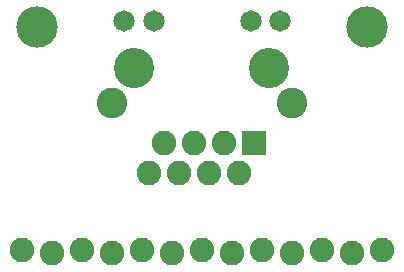
<source format=gbr>
G04 EAGLE Gerber RS-274X export*
G75*
%MOMM*%
%FSLAX34Y34*%
%LPD*%
%INSoldermask Bottom*%
%IPPOS*%
%AMOC8*
5,1,8,0,0,1.08239X$1,22.5*%
G01*
%ADD10C,2.082800*%
%ADD11R,2.082800X2.082800*%
%ADD12C,2.603200*%
%ADD13C,1.812800*%
%ADD14C,3.403200*%
%ADD15C,3.505200*%


D10*
X12700Y13970D03*
X38100Y11430D03*
X63500Y13970D03*
X88900Y11430D03*
X114300Y13970D03*
X139700Y11430D03*
X165100Y13970D03*
X190500Y11430D03*
X215900Y13970D03*
X241300Y11430D03*
X266700Y13970D03*
X292100Y11430D03*
X317500Y13970D03*
X120650Y79550D03*
X133350Y104950D03*
X146050Y79550D03*
X171450Y79550D03*
X196850Y79550D03*
X158750Y104950D03*
X184150Y104950D03*
D11*
X209550Y104950D03*
D12*
X241300Y138400D03*
X89300Y138400D03*
D13*
X231300Y208400D03*
X99300Y208400D03*
X124300Y208400D03*
X206300Y208400D03*
D14*
X222250Y168450D03*
X107950Y168450D03*
D15*
X304800Y203200D03*
X25400Y203200D03*
M02*

</source>
